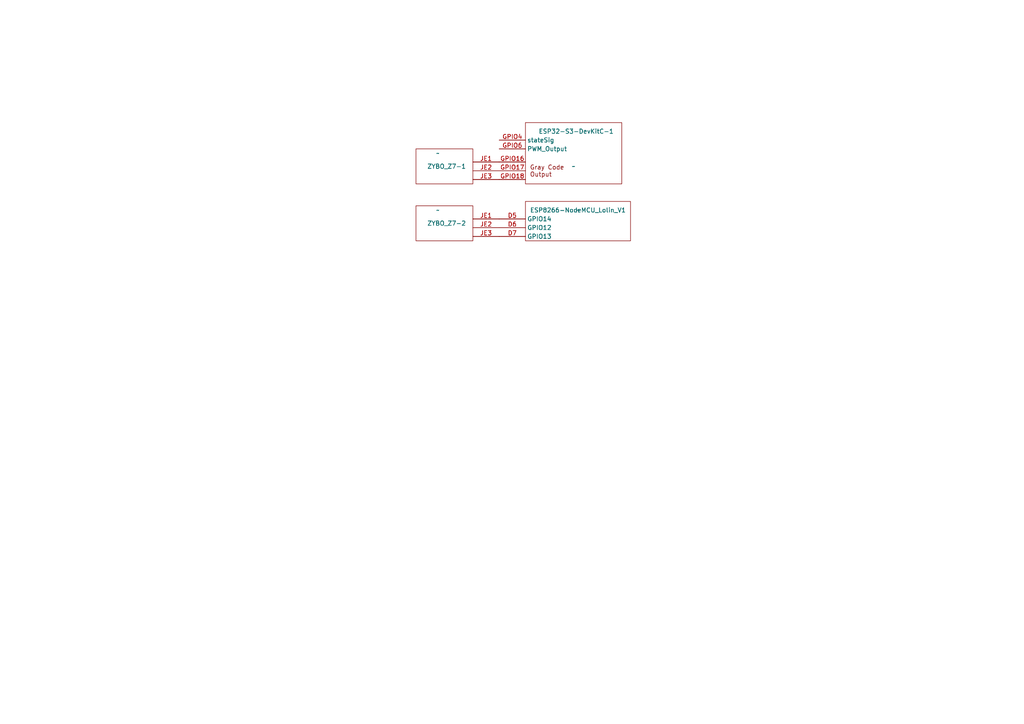
<source format=kicad_sch>
(kicad_sch (version 20230121) (generator eeschema)

  (uuid d404113d-4223-4d15-82a8-4213f4c1197f)

  (paper "A4")

  (lib_symbols
    (symbol "apris2023_eval2:ESP32-S3-DevKitC" (in_bom yes) (on_board yes)
      (property "Reference" "ESP32-S3-DevKitC-1" (at 0 11.43 0)
        (effects (font (size 1.27 1.27)))
      )
      (property "Value" "" (at 0 0 0)
        (effects (font (size 1.27 1.27)))
      )
      (property "Footprint" "" (at 0 0 0)
        (effects (font (size 1.27 1.27)) hide)
      )
      (property "Datasheet" "" (at 0 0 0)
        (effects (font (size 1.27 1.27)) hide)
      )
      (symbol "ESP32-S3-DevKitC_0_1"
        (rectangle (start -13.97 12.7) (end 13.97 -5.08)
          (stroke (width 0) (type default))
          (fill (type none))
        )
      )
      (symbol "ESP32-S3-DevKitC_1_1"
        (text "Gray Code\nOutput" (at -12.7 -1.27 0)
          (effects (font (size 1.27 1.27)) (justify left))
        )
        (pin output line (at -21.59 1.27 0) (length 7.62)
          (name "" (effects (font (size 1.27 1.27))))
          (number "GPIO16" (effects (font (size 1.27 1.27))))
        )
        (pin output line (at -21.59 -1.27 0) (length 7.62)
          (name "" (effects (font (size 1.27 1.27))))
          (number "GPIO17" (effects (font (size 1.27 1.27))))
        )
        (pin output line (at -21.59 -3.81 0) (length 7.62)
          (name "" (effects (font (size 1.27 1.27))))
          (number "GPIO18" (effects (font (size 1.27 1.27))))
        )
        (pin output line (at -21.59 7.62 0) (length 7.62)
          (name "stateSig" (effects (font (size 1.27 1.27))))
          (number "GPIO4" (effects (font (size 1.27 1.27))))
        )
        (pin output line (at -21.59 5.08 0) (length 7.62)
          (name "PWM_Output" (effects (font (size 1.27 1.27))))
          (number "GPIO6" (effects (font (size 1.27 1.27))))
        )
      )
    )
    (symbol "apris2023_eval2:ESP8266-NodeMCU_Lolin_V3" (in_bom yes) (on_board yes)
      (property "Reference" "ESP8266-NodeMCU_Lolin_V3" (at 0 1.27 0)
        (effects (font (size 1.27 1.27)))
      )
      (property "Value" "" (at 0 0 0)
        (effects (font (size 1.27 1.27)))
      )
      (property "Footprint" "" (at 0 0 0)
        (effects (font (size 1.27 1.27)) hide)
      )
      (property "Datasheet" "" (at 0 0 0)
        (effects (font (size 1.27 1.27)) hide)
      )
      (symbol "ESP8266-NodeMCU_Lolin_V3_0_1"
        (rectangle (start -15.24 2.54) (end 15.24 -8.89)
          (stroke (width 0) (type default))
          (fill (type none))
        )
      )
      (symbol "ESP8266-NodeMCU_Lolin_V3_1_1"
        (pin input line (at -22.86 -2.54 0) (length 7.62)
          (name "GPIO14" (effects (font (size 1.27 1.27))))
          (number "D5" (effects (font (size 1.27 1.27))))
        )
        (pin input line (at -22.86 -5.08 0) (length 7.62)
          (name "GPIO12" (effects (font (size 1.27 1.27))))
          (number "D6" (effects (font (size 1.27 1.27))))
        )
        (pin input line (at -22.86 -7.62 0) (length 7.62)
          (name "GPIO13" (effects (font (size 1.27 1.27))))
          (number "D7" (effects (font (size 1.27 1.27))))
        )
      )
    )
    (symbol "apris2023_eval2:ZYBO_Z7-20" (in_bom yes) (on_board yes)
      (property "Reference" "ZYBO_Z7-20" (at 0 0 0)
        (effects (font (size 1.27 1.27)))
      )
      (property "Value" "" (at 0 0 0)
        (effects (font (size 1.27 1.27)))
      )
      (property "Footprint" "" (at 0 0 0)
        (effects (font (size 1.27 1.27)) hide)
      )
      (property "Datasheet" "" (at 0 0 0)
        (effects (font (size 1.27 1.27)) hide)
      )
      (symbol "ZYBO_Z7-20_0_1"
        (rectangle (start -6.35 1.27) (end 10.16 -8.89)
          (stroke (width 0) (type default))
          (fill (type none))
        )
      )
      (symbol "ZYBO_Z7-20_1_1"
        (pin input line (at 17.78 -2.54 180) (length 7.62)
          (name "" (effects (font (size 1.27 1.27))))
          (number "JE1" (effects (font (size 1.27 1.27))))
        )
        (pin input line (at 17.78 -5.08 180) (length 7.62)
          (name "" (effects (font (size 1.27 1.27))))
          (number "JE2" (effects (font (size 1.27 1.27))))
        )
        (pin input line (at 17.78 -7.62 180) (length 7.62)
          (name "" (effects (font (size 1.27 1.27))))
          (number "JE3" (effects (font (size 1.27 1.27))))
        )
      )
    )
  )


  (symbol (lib_id "apris2023_eval2:ZYBO_Z7-20") (at 127 44.45 0) (unit 1)
    (in_bom yes) (on_board yes) (dnp no)
    (uuid 15e8cba8-9776-4c3a-b8be-4f310bacb2b2)
    (property "Reference" "ZYBO_Z7-1" (at 129.54 48.26 0)
      (effects (font (size 1.27 1.27)))
    )
    (property "Value" "~" (at 127 44.45 0)
      (effects (font (size 1.27 1.27)))
    )
    (property "Footprint" "" (at 127 44.45 0)
      (effects (font (size 1.27 1.27)) hide)
    )
    (property "Datasheet" "" (at 127 44.45 0)
      (effects (font (size 1.27 1.27)) hide)
    )
    (pin "JE1" (uuid aa7f437e-ea08-4455-851a-c2e4f6aee281))
    (pin "JE2" (uuid cc98e395-1b1e-4cdc-b965-8902744db063))
    (pin "JE3" (uuid eefb2b84-53b9-4828-8180-121d3b185c33))
    (instances
      (project "apris2023_eval2"
        (path "/d404113d-4223-4d15-82a8-4213f4c1197f"
          (reference "ZYBO_Z7-1") (unit 1)
        )
      )
    )
  )

  (symbol (lib_id "apris2023_eval2:ESP8266-NodeMCU_Lolin_V3") (at 167.64 60.96 0) (unit 1)
    (in_bom yes) (on_board yes) (dnp no)
    (uuid 405cb943-6efd-461f-80f4-cc61acb66773)
    (property "Reference" "ESP8266-NodeMCU_Lolin_V1" (at 167.64 60.96 0)
      (effects (font (size 1.27 1.27)))
    )
    (property "Value" "~" (at 167.64 60.96 0)
      (effects (font (size 1.27 1.27)))
    )
    (property "Footprint" "" (at 167.64 60.96 0)
      (effects (font (size 1.27 1.27)) hide)
    )
    (property "Datasheet" "" (at 167.64 60.96 0)
      (effects (font (size 1.27 1.27)) hide)
    )
    (pin "D5" (uuid d15decd4-1440-4d90-b0c7-fea0370ab965))
    (pin "D6" (uuid 4d4287b6-acb0-4748-8bb4-3e61b1c86c2a))
    (pin "D7" (uuid 43492d3b-8dcb-45cf-bfcb-3171f9768802))
    (instances
      (project "apris2023_eval2"
        (path "/d404113d-4223-4d15-82a8-4213f4c1197f"
          (reference "ESP8266-NodeMCU_Lolin_V1") (unit 1)
        )
      )
    )
  )

  (symbol (lib_id "apris2023_eval2:ZYBO_Z7-20") (at 127 60.96 0) (unit 1)
    (in_bom yes) (on_board yes) (dnp no)
    (uuid bf3812d0-2c62-4832-a751-83c70fd93317)
    (property "Reference" "ZYBO_Z7-2" (at 129.54 64.77 0)
      (effects (font (size 1.27 1.27)))
    )
    (property "Value" "~" (at 127 60.96 0)
      (effects (font (size 1.27 1.27)))
    )
    (property "Footprint" "" (at 127 60.96 0)
      (effects (font (size 1.27 1.27)) hide)
    )
    (property "Datasheet" "" (at 127 60.96 0)
      (effects (font (size 1.27 1.27)) hide)
    )
    (pin "JE1" (uuid 8876b907-62e6-42ea-b305-afe942d10144))
    (pin "JE2" (uuid 79402659-df6c-436b-93b0-ae3ca6aee3f9))
    (pin "JE3" (uuid d3e09cce-6e6d-4d27-a581-d66af58af2c6))
    (instances
      (project "apris2023_eval2"
        (path "/d404113d-4223-4d15-82a8-4213f4c1197f"
          (reference "ZYBO_Z7-2") (unit 1)
        )
      )
    )
  )

  (symbol (lib_id "apris2023_eval2:ESP32-S3-DevKitC") (at 166.37 48.26 0) (unit 1)
    (in_bom yes) (on_board yes) (dnp no)
    (uuid c6bfa877-953e-4f89-9a69-00d9ca2f443a)
    (property "Reference" "ESP32-S3-DevKitC-1" (at 156.21 38.1 0)
      (effects (font (size 1.27 1.27)) (justify left))
    )
    (property "Value" "~" (at 166.37 48.26 0)
      (effects (font (size 1.27 1.27)))
    )
    (property "Footprint" "" (at 166.37 48.26 0)
      (effects (font (size 1.27 1.27)) hide)
    )
    (property "Datasheet" "" (at 166.37 48.26 0)
      (effects (font (size 1.27 1.27)) hide)
    )
    (pin "GPIO16" (uuid 78bfc890-2518-4c6d-8a6a-484ee5a38ac4))
    (pin "GPIO17" (uuid bf304841-f690-4c78-b25b-d2c181fba12f))
    (pin "GPIO18" (uuid f85944a9-f465-4f6f-8f9f-e2ab05564495))
    (pin "GPIO4" (uuid 2b06be93-ef99-466b-ab74-a8327f8b3ee8))
    (pin "GPIO6" (uuid 08261750-ad50-4db4-82b9-1d8f0fb053d4))
    (instances
      (project "apris2023_eval2"
        (path "/d404113d-4223-4d15-82a8-4213f4c1197f"
          (reference "ESP32-S3-DevKitC-1") (unit 1)
        )
      )
    )
  )

  (sheet_instances
    (path "/" (page "1"))
  )
)

</source>
